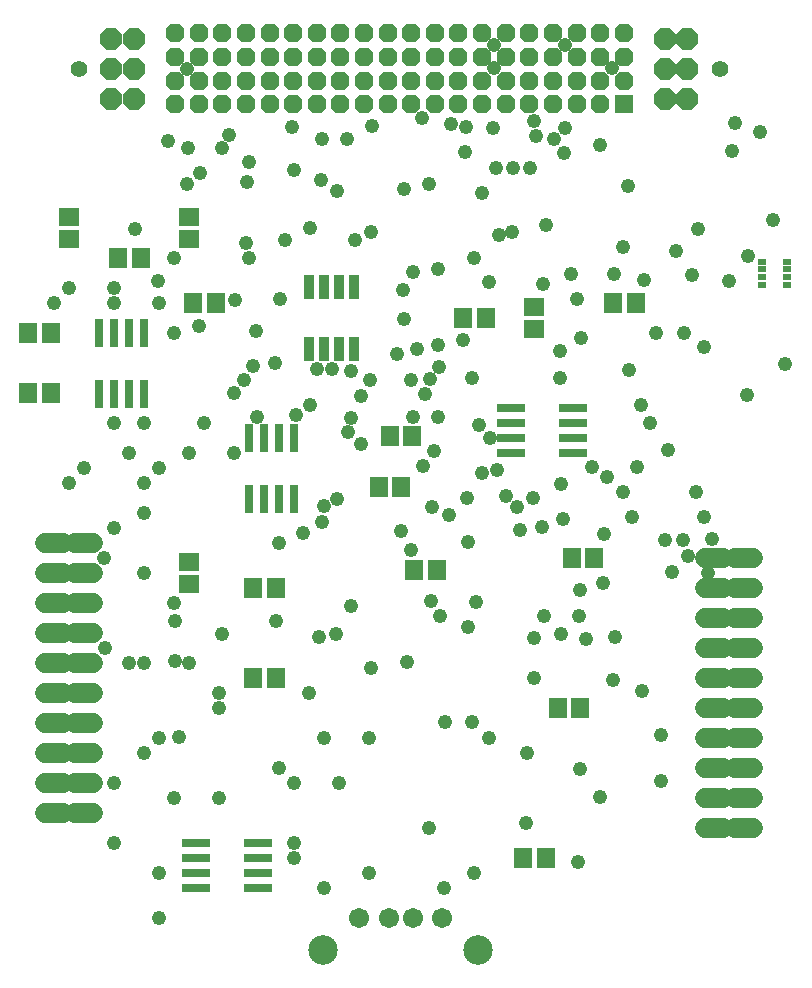
<source format=gts>
G75*
%MOIN*%
%OFA0B0*%
%FSLAX25Y25*%
%IPPOS*%
%LPD*%
%AMOC8*
5,1,8,0,0,1.08239X$1,22.5*
%
%ADD10R,0.03200X0.08300*%
%ADD11C,0.06800*%
%ADD12C,0.05524*%
%ADD13OC8,0.07296*%
%ADD14R,0.06186X0.06186*%
%ADD15OC8,0.06186*%
%ADD16R,0.05918X0.06706*%
%ADD17R,0.06706X0.05918*%
%ADD18R,0.03162X0.09461*%
%ADD19R,0.09461X0.03162*%
%ADD20R,0.02769X0.02178*%
%ADD21C,0.06737*%
%ADD22C,0.09855*%
%ADD23C,0.04762*%
D10*
X0130000Y0245650D03*
X0135000Y0245650D03*
X0140000Y0245650D03*
X0145000Y0245650D03*
X0145000Y0266250D03*
X0140000Y0266250D03*
X0135000Y0266250D03*
X0130000Y0266250D03*
D11*
X0058000Y0180950D02*
X0052000Y0180950D01*
X0048000Y0180950D02*
X0042000Y0180950D01*
X0042000Y0170950D02*
X0048000Y0170950D01*
X0052000Y0170950D02*
X0058000Y0170950D01*
X0058000Y0160950D02*
X0052000Y0160950D01*
X0048000Y0160950D02*
X0042000Y0160950D01*
X0042000Y0150950D02*
X0048000Y0150950D01*
X0052000Y0150950D02*
X0058000Y0150950D01*
X0058000Y0140950D02*
X0052000Y0140950D01*
X0048000Y0140950D02*
X0042000Y0140950D01*
X0042000Y0130950D02*
X0048000Y0130950D01*
X0052000Y0130950D02*
X0058000Y0130950D01*
X0058000Y0120950D02*
X0052000Y0120950D01*
X0048000Y0120950D02*
X0042000Y0120950D01*
X0042000Y0110950D02*
X0048000Y0110950D01*
X0052000Y0110950D02*
X0058000Y0110950D01*
X0058000Y0100950D02*
X0052000Y0100950D01*
X0048000Y0100950D02*
X0042000Y0100950D01*
X0042000Y0090950D02*
X0048000Y0090950D01*
X0052000Y0090950D02*
X0058000Y0090950D01*
X0262000Y0085950D02*
X0268000Y0085950D01*
X0272000Y0085950D02*
X0278000Y0085950D01*
X0278000Y0095950D02*
X0272000Y0095950D01*
X0268000Y0095950D02*
X0262000Y0095950D01*
X0262000Y0105950D02*
X0268000Y0105950D01*
X0272000Y0105950D02*
X0278000Y0105950D01*
X0278000Y0115950D02*
X0272000Y0115950D01*
X0268000Y0115950D02*
X0262000Y0115950D01*
X0262000Y0125950D02*
X0268000Y0125950D01*
X0272000Y0125950D02*
X0278000Y0125950D01*
X0278000Y0135950D02*
X0272000Y0135950D01*
X0268000Y0135950D02*
X0262000Y0135950D01*
X0262000Y0145950D02*
X0268000Y0145950D01*
X0272000Y0145950D02*
X0278000Y0145950D01*
X0278000Y0155950D02*
X0272000Y0155950D01*
X0268000Y0155950D02*
X0262000Y0155950D01*
X0262000Y0165950D02*
X0268000Y0165950D01*
X0272000Y0165950D02*
X0278000Y0165950D01*
X0278000Y0175950D02*
X0272000Y0175950D01*
X0268000Y0175950D02*
X0262000Y0175950D01*
D12*
X0266870Y0338942D03*
X0053130Y0338942D03*
D13*
X0063996Y0339060D03*
X0063996Y0329060D03*
X0071398Y0329060D03*
X0071398Y0339060D03*
X0071398Y0349060D03*
X0063996Y0349060D03*
X0248602Y0349056D03*
X0256004Y0349056D03*
X0256004Y0339056D03*
X0256004Y0329056D03*
X0248602Y0329056D03*
X0248602Y0339056D03*
D14*
X0234803Y0327249D03*
D15*
X0234803Y0335123D03*
X0226929Y0335123D03*
X0226929Y0327249D03*
X0219055Y0327249D03*
X0219055Y0335123D03*
X0211181Y0335123D03*
X0211181Y0327249D03*
X0203307Y0327249D03*
X0195433Y0327249D03*
X0195433Y0335123D03*
X0203307Y0335123D03*
X0203307Y0342997D03*
X0195433Y0342997D03*
X0195433Y0350871D03*
X0203307Y0350871D03*
X0211181Y0350871D03*
X0211181Y0342997D03*
X0219055Y0342997D03*
X0226929Y0342997D03*
X0226929Y0350871D03*
X0219055Y0350871D03*
X0234803Y0350871D03*
X0234803Y0342997D03*
X0187559Y0342997D03*
X0179685Y0342997D03*
X0179685Y0350871D03*
X0187559Y0350871D03*
X0187559Y0335123D03*
X0187559Y0327249D03*
X0179685Y0327249D03*
X0179685Y0335123D03*
X0171811Y0335123D03*
X0171811Y0327249D03*
X0163937Y0327249D03*
X0163937Y0335123D03*
X0156063Y0335123D03*
X0156063Y0327249D03*
X0148189Y0327249D03*
X0148189Y0335123D03*
X0140315Y0335123D03*
X0140315Y0327249D03*
X0132441Y0327249D03*
X0132441Y0335123D03*
X0124567Y0335123D03*
X0124567Y0327249D03*
X0116693Y0327249D03*
X0108819Y0327249D03*
X0108819Y0335123D03*
X0116693Y0335123D03*
X0116693Y0342997D03*
X0124567Y0342997D03*
X0124567Y0350871D03*
X0116693Y0350871D03*
X0108819Y0350871D03*
X0108819Y0342997D03*
X0100945Y0342997D03*
X0093071Y0342997D03*
X0093071Y0350871D03*
X0100945Y0350871D03*
X0100945Y0335123D03*
X0100945Y0327249D03*
X0093071Y0327249D03*
X0093071Y0335123D03*
X0085197Y0335123D03*
X0085197Y0327249D03*
X0085197Y0342997D03*
X0085197Y0350871D03*
X0132441Y0350871D03*
X0132441Y0342997D03*
X0140315Y0342997D03*
X0140315Y0350871D03*
X0148189Y0350871D03*
X0148189Y0342997D03*
X0156063Y0342997D03*
X0156063Y0350871D03*
X0163937Y0350871D03*
X0163937Y0342997D03*
X0171811Y0342997D03*
X0171811Y0350871D03*
D16*
X0231260Y0260950D03*
X0238740Y0260950D03*
X0188740Y0255950D03*
X0181260Y0255950D03*
X0164190Y0216850D03*
X0156710Y0216850D03*
X0153110Y0199825D03*
X0160590Y0199825D03*
X0164910Y0172075D03*
X0172390Y0172075D03*
X0212860Y0125950D03*
X0220340Y0125950D03*
X0217435Y0176175D03*
X0224915Y0176175D03*
X0208740Y0075950D03*
X0201260Y0075950D03*
X0118740Y0135950D03*
X0111260Y0135950D03*
X0111260Y0165950D03*
X0118740Y0165950D03*
X0043740Y0230950D03*
X0036260Y0230950D03*
X0036260Y0250950D03*
X0043740Y0250950D03*
X0066260Y0275950D03*
X0073740Y0275950D03*
X0091260Y0260950D03*
X0098740Y0260950D03*
D17*
X0090000Y0282210D03*
X0090000Y0289690D03*
X0050000Y0289690D03*
X0050000Y0282210D03*
X0090000Y0174690D03*
X0090000Y0167210D03*
X0205000Y0252210D03*
X0205000Y0259690D03*
D18*
X0125000Y0216186D03*
X0120000Y0216186D03*
X0115000Y0216186D03*
X0110000Y0216186D03*
X0110000Y0195714D03*
X0115000Y0195714D03*
X0120000Y0195714D03*
X0125000Y0195714D03*
X0075000Y0230714D03*
X0070000Y0230714D03*
X0065000Y0230714D03*
X0060000Y0230714D03*
X0060000Y0251186D03*
X0065000Y0251186D03*
X0070000Y0251186D03*
X0075000Y0251186D03*
D19*
X0197264Y0225950D03*
X0197264Y0220950D03*
X0197264Y0215950D03*
X0197264Y0210950D03*
X0217736Y0210950D03*
X0217736Y0215950D03*
X0217736Y0220950D03*
X0217736Y0225950D03*
X0112736Y0080950D03*
X0112736Y0075950D03*
X0112736Y0070950D03*
X0112736Y0065950D03*
X0092264Y0065950D03*
X0092264Y0070950D03*
X0092264Y0075950D03*
X0092264Y0080950D03*
D20*
X0280965Y0267111D03*
X0280965Y0269670D03*
X0280965Y0272230D03*
X0280965Y0274789D03*
X0289035Y0274789D03*
X0289035Y0272230D03*
X0289035Y0269670D03*
X0289035Y0267111D03*
D21*
X0174230Y0056142D03*
X0164387Y0056142D03*
X0156513Y0056142D03*
X0146670Y0056142D03*
D22*
X0134584Y0045472D03*
X0186316Y0045472D03*
D23*
X0065000Y0080950D03*
X0080000Y0070950D03*
X0080000Y0055950D03*
X0085000Y0095950D03*
X0075000Y0110950D03*
X0080000Y0115950D03*
X0086375Y0116275D03*
X0100000Y0125950D03*
X0100000Y0130950D03*
X0090000Y0140950D03*
X0085250Y0141700D03*
X0075000Y0140950D03*
X0070000Y0140950D03*
X0061800Y0145950D03*
X0085250Y0155200D03*
X0085000Y0160950D03*
X0075000Y0170950D03*
X0061575Y0175950D03*
X0065000Y0185950D03*
X0075000Y0190950D03*
X0075000Y0200950D03*
X0080000Y0205950D03*
X0090000Y0210950D03*
X0095000Y0220950D03*
X0105000Y0230950D03*
X0108200Y0235525D03*
X0111350Y0240025D03*
X0118425Y0240900D03*
X0112250Y0251725D03*
X0105275Y0262075D03*
X0110000Y0275950D03*
X0108875Y0281200D03*
X0121925Y0282100D03*
X0130025Y0285925D03*
X0139025Y0298525D03*
X0133850Y0302125D03*
X0124775Y0305500D03*
X0134075Y0315625D03*
X0142400Y0315850D03*
X0150725Y0319900D03*
X0167600Y0322600D03*
X0177275Y0320575D03*
X0182225Y0319675D03*
X0182000Y0311350D03*
X0191225Y0319450D03*
X0192350Y0305950D03*
X0197750Y0305950D03*
X0203375Y0305950D03*
X0205400Y0316750D03*
X0204725Y0321700D03*
X0211475Y0315850D03*
X0215075Y0319450D03*
X0215000Y0310950D03*
X0227000Y0313600D03*
X0236225Y0300100D03*
X0234650Y0279850D03*
X0231500Y0270850D03*
X0241625Y0268825D03*
X0252200Y0278500D03*
X0257375Y0270400D03*
X0269750Y0268375D03*
X0276050Y0276700D03*
X0284375Y0288850D03*
X0270725Y0311625D03*
X0271775Y0321025D03*
X0280325Y0318100D03*
X0259400Y0285700D03*
X0255000Y0250950D03*
X0261425Y0246325D03*
X0245450Y0251050D03*
X0236450Y0238675D03*
X0240500Y0227200D03*
X0243650Y0220900D03*
X0249550Y0212150D03*
X0239150Y0206275D03*
X0234425Y0198175D03*
X0229025Y0203125D03*
X0224300Y0206275D03*
X0213950Y0200650D03*
X0204500Y0196150D03*
X0199100Y0193000D03*
X0195500Y0196600D03*
X0192575Y0205375D03*
X0187400Y0204475D03*
X0182675Y0196150D03*
X0176600Y0190525D03*
X0171000Y0193200D03*
X0160400Y0185125D03*
X0163875Y0178700D03*
X0170525Y0161725D03*
X0173675Y0156775D03*
X0182700Y0153200D03*
X0185375Y0161275D03*
X0182900Y0181525D03*
X0200225Y0185350D03*
X0207650Y0186250D03*
X0214375Y0189100D03*
X0228350Y0184000D03*
X0237575Y0189625D03*
X0248600Y0181975D03*
X0254450Y0181975D03*
X0256025Y0176575D03*
X0250850Y0171400D03*
X0263000Y0170950D03*
X0264125Y0182425D03*
X0261650Y0189850D03*
X0258725Y0198175D03*
X0275975Y0230275D03*
X0288650Y0240700D03*
X0227900Y0167575D03*
X0220025Y0165325D03*
X0219800Y0156775D03*
X0222275Y0149125D03*
X0213725Y0150700D03*
X0208100Y0156550D03*
X0205000Y0149375D03*
X0205000Y0135950D03*
X0190000Y0115950D03*
X0184025Y0121450D03*
X0175250Y0121450D03*
X0162425Y0141250D03*
X0150500Y0139450D03*
X0138875Y0150725D03*
X0133175Y0149575D03*
X0143875Y0160050D03*
X0119000Y0155200D03*
X0101000Y0150700D03*
X0130000Y0130950D03*
X0135000Y0115950D03*
X0150000Y0115950D03*
X0140000Y0100950D03*
X0125000Y0100950D03*
X0120000Y0105950D03*
X0100000Y0095950D03*
X0125000Y0080950D03*
X0125000Y0075950D03*
X0135000Y0065950D03*
X0150000Y0070950D03*
X0170000Y0085950D03*
X0185000Y0070950D03*
X0175000Y0065950D03*
X0202250Y0087700D03*
X0219525Y0074825D03*
X0227000Y0096225D03*
X0220200Y0105725D03*
X0202475Y0110875D03*
X0231050Y0135400D03*
X0240725Y0131800D03*
X0247250Y0116950D03*
X0247350Y0101550D03*
X0231725Y0149800D03*
X0190100Y0215950D03*
X0186500Y0220450D03*
X0173000Y0222925D03*
X0168500Y0230575D03*
X0170175Y0235725D03*
X0173225Y0239575D03*
X0172775Y0247000D03*
X0165800Y0245650D03*
X0159050Y0244075D03*
X0163775Y0235300D03*
X0164675Y0223150D03*
X0171425Y0211675D03*
X0167825Y0206725D03*
X0147350Y0229900D03*
X0150050Y0235300D03*
X0143975Y0238450D03*
X0137450Y0238900D03*
X0132500Y0239125D03*
X0130250Y0227200D03*
X0125525Y0223600D03*
X0112475Y0222925D03*
X0105000Y0210950D03*
X0120000Y0180950D03*
X0128000Y0184450D03*
X0134075Y0188050D03*
X0134750Y0193450D03*
X0139250Y0195700D03*
X0147125Y0213925D03*
X0142850Y0217975D03*
X0143750Y0222700D03*
X0161525Y0255775D03*
X0161125Y0265225D03*
X0164675Y0271300D03*
X0173000Y0272425D03*
X0185000Y0275950D03*
X0189875Y0267925D03*
X0193025Y0283675D03*
X0197525Y0284800D03*
X0187625Y0297625D03*
X0169775Y0300725D03*
X0161525Y0298975D03*
X0150400Y0284600D03*
X0145325Y0281875D03*
X0120350Y0262525D03*
X0093125Y0253525D03*
X0085000Y0250950D03*
X0080000Y0260950D03*
X0079625Y0268375D03*
X0085000Y0275950D03*
X0071750Y0285700D03*
X0065000Y0265950D03*
X0065000Y0260950D03*
X0050000Y0265950D03*
X0045000Y0260950D03*
X0065000Y0220950D03*
X0070000Y0210950D03*
X0075000Y0220950D03*
X0055000Y0205950D03*
X0050000Y0200950D03*
X0065000Y0100950D03*
X0184250Y0236200D03*
X0181325Y0248575D03*
X0207875Y0267250D03*
X0217325Y0270850D03*
X0219350Y0262525D03*
X0220475Y0249475D03*
X0213500Y0245200D03*
X0213500Y0236200D03*
X0208775Y0287050D03*
X0191450Y0339250D03*
X0191450Y0346900D03*
X0215075Y0346900D03*
X0230825Y0339250D03*
X0124175Y0319675D03*
X0110000Y0308200D03*
X0109100Y0301225D03*
X0101000Y0312700D03*
X0103250Y0317200D03*
X0093575Y0304375D03*
X0089075Y0300775D03*
X0089525Y0312700D03*
X0083000Y0314950D03*
X0089075Y0339025D03*
M02*

</source>
